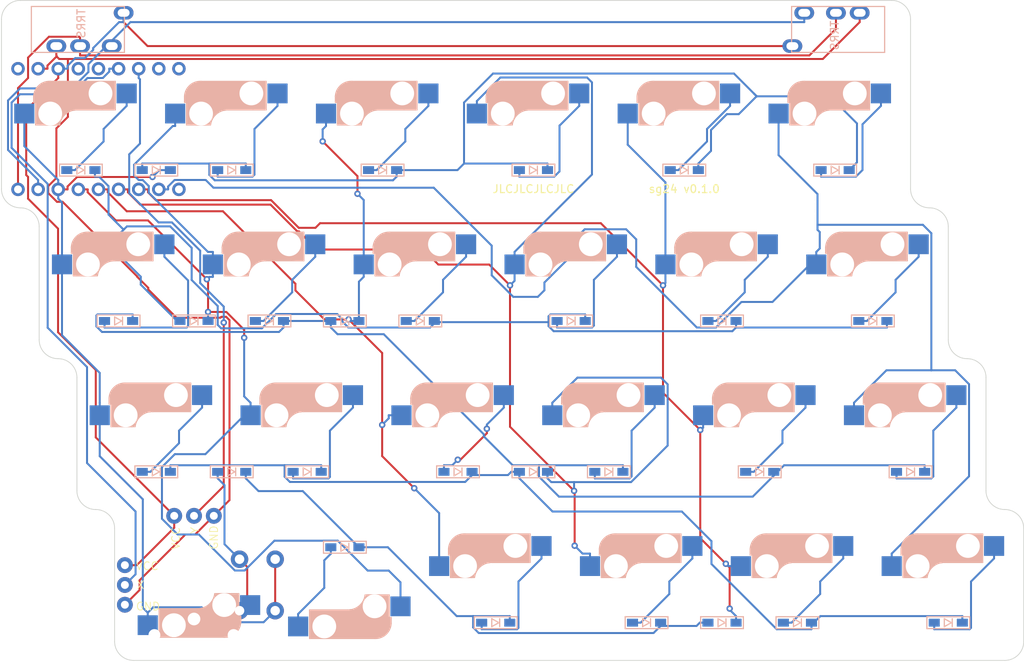
<source format=kicad_pcb>
(kicad_pcb (version 20221018) (generator pcbnew)
  (layers (0 "F.Cu" signal) (31 "B.Cu" signal) (34 "B.Paste" user) (35 "F.Paste" user) (36 "B.SilkS" user "B.Silkscreen") (37 "F.SilkS" user "F.Silkscreen") (38 "B.Mask" user) (39 "F.Mask" user) (44 "Edge.Cuts" user))
  (net 0 "")
  (net 1 "Net-(D1-K)")
  (net 2 "Net-(D1-A)")
  (net 3 "Net-(D2-K)")
  (net 4 "Net-(D2-A)")
  (net 5 "Net-(D3-A)")
  (net 6 "Net-(D4-A)")
  (net 7 "Net-(D5-A)")
  (net 8 "Net-(D6-A)")
  (net 9 "Net-(D16-K)")
  (net 10 "Net-(D7-A)")
  (net 11 "Net-(D8-A)")
  (net 12 "Net-(D9-A)")
  (net 13 "Net-(D10-A)")
  (net 14 "Net-(D11-A)")
  (net 15 "Net-(D12-A)")
  (net 16 "Net-(D13-K)")
  (net 17 "Net-(D13-A)")
  (net 18 "Net-(D14-A)")
  (net 19 "Net-(D15-A)")
  (net 20 "Net-(D16-A)")
  (net 21 "Net-(D17-A)")
  (net 22 "Net-(D18-A)")
  (net 23 "Net-(D19-K)")
  (net 24 "Net-(D19-A)")
  (net 25 "Net-(D20-A)")
  (net 26 "Net-(D21-A)")
  (net 27 "Net-(D22-A)")
  (net 28 "Net-(D23-A)")
  (net 29 "Net-(D24-A)")
  (net 30 "P1")
  (net 31 "P2")
  (net 32 "P3")
  (net 33 "P4")
  (net 34 "P5")
  (net 35 "GND")
  (net 36 "TX")
  (net 37 "RX")
  (net 38 "3V3")
  (net 39 "P6")
  (net 42 "VR-X")
  (net 43 "VR-Y")
  (footprint "foostan/kbd:CherryMX_Hotswap" (layer "F.Cu") (at 107.0975 116.84)
    (fp_text reference "SW7" hide)
    (fp_text value "SW_PUSH" hide)
  )
  (footprint "sglib:RKJXV122400R_mx_hotswap" (layer "F.Cu") (at 116.6813 154.7812)
    (fp_text reference "SW19" hide)
    (fp_text value "SW_PUSH" hide)
  )
  (footprint "foostan/kbd:CherryMX_Hotswap" (layer "F.Cu") (at 207.11 135.89)
    (fp_text reference "SW18" hide)
    (fp_text value "SW_PUSH" hide)
  )
  (footprint "foostan/kbd:CherryMX_Hotswap" (layer "F.Cu") (at 130.91 135.89)
    (fp_text reference "SW14" hide)
    (fp_text value "SW_PUSH" hide)
  )
  (footprint "foostan/kbd:CherryMX_Hotswap" (layer "F.Cu") (at 154.7225 154.94)
    (fp_text reference "SW21" hide)
    (fp_text value "SW_PUSH" hide)
  )
  (footprint "foostan/kbd:CherryMX_Hotswap" (layer "F.Cu") (at 145.1975 116.84)
    (fp_text reference "SW9" hide)
    (fp_text value "SW_PUSH" hide)
  )
  (footprint "foostan/kbd:CherryMX_Hotswap" (layer "F.Cu") (at 197.585 97.79)
    (fp_text reference "SW6" hide)
    (fp_text value "SW_PUSH" hide)
  )
  (footprint "foostan/kbd:CherryMX_Hotswap" (layer "F.Cu") (at 211.8725 154.94)
    (fp_text reference "SW24" hide)
    (fp_text value "SW_PUSH" hide)
  )
  (footprint "foostan/kbd:CherryMX_Hotswap" (layer "F.Cu") (at 102.335 97.79)
    (fp_text reference "SW1" hide)
    (fp_text value "SW_PUSH" hide)
  )
  (footprint "foostan/kbd:M2_HOLE_v2" (layer "F.Cu") (at 202.4063 145.2562)
    (fp_text reference "H2" hide)
    (fp_text value "MountingHole" hide)
  )
  (footprint "foostan/kbd:CherryMX_Hotswap" (layer "F.Cu") (at 192.8225 154.94)
    (fp_text reference "SW23" hide)
    (fp_text value "SW_PUSH" hide)
  )
  (footprint "foostan/kbd:M2_HOLE_v2" (layer "F.Cu") (at 192.8813 107.1562)
    (fp_text reference "H1" hide)
    (fp_text value "MountingHole" hide)
  )
  (footprint "foostan/kbd:CherryMX_Hotswap" (layer "F.Cu") (at 135.6725 154.94 180)
    (fp_text reference "SW20" hide)
    (fp_text value "SW_PUSH" hide)
  )
  (footprint "foostan/kbd:CherryMX_Hotswap" (layer "F.Cu") (at 169.01 135.89)
    (fp_text reference "SW16" hide)
    (fp_text value "SW_PUSH" hide)
  )
  (footprint "foostan/kbd:CherryMX_Hotswap" (layer "F.Cu") (at 173.7725 154.94)
    (fp_text reference "SW22" hide)
    (fp_text value "SW_PUSH" hide)
  )
  (footprint "foostan/kbd:CherryMX_Hotswap" (layer "F.Cu") (at 111.86 135.89)
    (fp_text reference "SW13" hide)
    (fp_text value "SW_PUSH" hide)
  )
  (footprint "foostan/kbd:CherryMX_Hotswap" (layer "F.Cu") (at 149.96 135.89)
    (fp_text reference "SW15" hide)
    (fp_text value "SW_PUSH" hide)
  )
  (footprint "foostan/kbd:CherryMX_Hotswap" (layer "F.Cu") (at 140.435 97.79)
    (fp_text reference "SW3" hide)
    (fp_text value "SW_PUSH" hide)
  )
  (footprint "foostan/kbd:CherryMX_Hotswap" (layer "F.Cu") (at 164.2475 116.84)
    (fp_text reference "SW10" hide)
    (fp_text value "SW_PUSH" hide)
  )
  (footprint "foostan/kbd:CherryMX_Hotswap" (layer "F.Cu") (at 202.3475 116.84)
    (fp_text reference "SW12" hide)
    (fp_text value "SW_PUSH" hide)
  )
  (footprint "foostan/kbd:CherryMX_Hotswap" (layer "F.Cu") (at 126.1475 116.84)
    (fp_text reference "SW8" hide)
    (fp_text value "SW_PUSH" hide)
  )
  (footprint "foostan/kbd:CherryMX_Hotswap" (layer "F.Cu") (at 188.06 135.89)
    (fp_text reference "SW17" hide)
    (fp_text value "SW_PUSH" hide)
  )
  (footprint "foostan/kbd:M2_HOLE_v2" (layer "F.Cu") (at 140.4938 145.2562)
    (fp_text reference "H3" hide)
    (fp_text value "MountingHole" hide)
  )
  (footprint "foostan/kbd:M2_HOLE_v2" (layer "F.Cu") (at 130.9688 107.1562)
    (fp_text reference "H4" hide)
    (fp_text value "MountingHole" hide)
  )
  (footprint "foostan/kbd:CherryMX_Hotswap" (layer "F.Cu") (at 121.385 97.79)
    (fp_text reference "SW2" hide)
    (fp_text value "SW_PUSH" hide)
  )
  (footprint "foostan/kbd:CherryMX_Hotswap" (layer "F.Cu") (at 178.535 97.79)
    (fp_text reference "SW5" hide)
    (fp_text value "SW_PUSH" hide)
  )
  (footprint "foostan/kbd:CherryMX_Hotswap" (layer "F.Cu") (at 159.485 97.79)
    (fp_text reference "SW4" hide)
    (fp_text value "SW_PUSH" hide)
  )
  (footprint "foostan/kbd:CherryMX_Hotswap" (layer "F.Cu") (at 183.2975 116.84)
    (fp_text reference "SW11" hide)
    (fp_text value "SW_PUSH" hide)
  )
  (footprint "foostan/kbd:D3_SMD_v2" (layer "B.Cu") (at 150.0188 140.4937 180)
    (fp_text reference "D15" hide)
    (fp_text value "1N4148W" hide)
  )
  (footprint "foostan/kbd:D3_SMD_v2" (layer "B.Cu") (at 211.9313 159.5437 180)
    (fp_text reference "D24" hide)
    (fp_text value "1N4148W" hide)
  )
  (footprint "foostan/kbd:D3_SMD_v2" (layer "B.Cu") (at 116.6813 121.4437 180)
    (fp_text reference "D26" hide)
    (fp_text value "1N4148W" hide)
  )
  (footprint "foostan/kbd:D3_SMD_v2" (layer "B.Cu") (at 121.4438 140.4937 180)
    (fp_text reference "D19" hide)
    (fp_text value "1N4148W" hide)
  )
  (footprint "foostan/kbd:D3_SMD_v2" (layer "B.Cu") (at 192.8813 159.5437 180)
    (fp_text reference "D23" hide)
    (fp_text value "1N4148W" hide)
  )
  (footprint "foostan/kbd:D3_SMD_v2" (layer "B.Cu") (at 197.6438 102.3937 180)
    (fp_text reference "D6" hide)
    (fp_text value "1N4148W" hide)
  )
  (footprint "foostan/kbd:D3_SMD_v2" (layer "B.Cu") (at 183.3563 121.4437 180)
    (fp_text reference "D11" hide)
    (fp_text value "1N4148W" hide)
  )
  (footprint "foostan/kbd:D3_SMD_v2" (layer "B.Cu") (at 178.5938 102.3937 180)
    (fp_text reference "D5" hide)
    (fp_text value "1N4148W" hide)
  )
  (footprint "foostan/kbd:D3_SMD_v2" (layer "B.Cu") (at 154.7813 159.5437 180)
    (fp_text reference "D21" hide)
    (fp_text value "1N4148W" hide)
  )
  (footprint "foostan/kbd:D3_SMD_v2" (layer "B.Cu") (at 135.7313 150.0187 180)
    (fp_text reference "D20" hide)
    (fp_text value "1N4148W" hide)
  )
  (footprint "foostan/kbd:MJ-4PP-9_1side" (layer "B.Cu") (at 95.9938 84.6312 -90)
    (fp_text reference "J2")
    (fp_text value "MJ-4PP-9" hide)
  )
  (footprint "foostan/kbd:D3_SMD_v2" (layer "B.Cu") (at 183.3563 159.5437 180)
    (fp_text reference "D29" hide)
    (fp_text value "1N4148W" hide)
  )
  (footprint "foostan/kbd:D3_SMD_v2" (layer "B.Cu") (at 140.4938 102.3937 180)
    (fp_text reference "D3" hide)
    (fp_text value "1N4148W" hide)
  )
  (footprint "foostan/kbd:D3_SMD_v2" (layer "B.Cu") (at 169.0688 140.4937 180)
    (fp_text reference "D16" hide)
    (fp_text value "1N4148W" hide)
  )
  (footprint "foostan/kbd:D3_SMD_v2" (layer "B.Cu") (at 202.4063 121.4437 180)
    (fp_text reference "D12" hide)
    (fp_text value "1N4148W" hide)
  )
  (footprint "foostan/kbd:D3_SMD_v2" (layer "B.Cu") (at 111.9188 140.4937 180)
    (fp_text reference "D13" hide)
    (fp_text value "1N4148W" hide)
  )
  (footprint "foostan/kbd:D3_SMD_v2" (layer "B.Cu") (at 207.1688 140.4937 180)
    (fp_text reference "D18" hide)
    (fp_text value "1N4148W" hide)
  )
  (footprint "foostan/kbd:D3_SMD_v2" (layer "B.Cu") (at 159.5438 102.3937 180)
    (fp_text reference "D4" hide)
    (fp_text value "1N4148W" hide)
  )
  (footprint "foostan/kbd:D3_SMD_v2" (layer "B.Cu") (at 102.3938 102.3937 180)
    (fp_text reference "D1" hide)
    (fp_text value "1N4148W" hide)
  )
  (footprint "foostan/kbd:MJ-4PP-9_1side" (layer "B.Cu") (at 204.0438 84.6312 90)
    (fp_text reference "J1")
    (fp_text value "MJ-4PP-9" hide)
  )
  (footprint "foostan/kbd:D3_SMD_v2" (layer "B.Cu") (at 107.1563 121.4437 180)
    (fp_text reference "D7" hide)
    (fp_text value "1N4148W" hide)
  )
  (footprint "foostan/kbd:D3_SMD_v2" (layer "B.Cu") (at 188.1188 140.4937 180)
    (fp_text reference "D17" hide)
    (fp_text value "1N4148W" hide)
  )
  (footprint "foostan/kbd:D3_SMD_v2" (layer "B.Cu") (at 173.8313 159.5437 180)
    (fp_text reference "D22" hide)
    (fp_text value "1N4148W" hide)
  )
  (footprint "foostan/kbd:D3_SMD_v2" (layer "B.Cu") (at 159.5438 140.4937 180)
    (fp_text reference "D28" hide)
    (fp_text value "1N4148W" hide)
  )
  (footprint "foostan/kbd:D3_SMD_v2" (layer "B.Cu") (at 121.4438 102.3937 180)
    (fp_text reference "D2" hide)
    (fp_text value "1N4148W" hide)
  )
  (footprint "foostan/kbd:D3_SMD_v2" (layer "B.Cu") (at 126.2063 121.4437 180)
    (fp_text reference "D8" hide)
    (fp_text value "1N4148W" hide)
  )
  (footprint "foostan/kbd:D3_SMD_v2" (layer "B.Cu") (at 130.9688 140.4937 180)
    (fp_text reference "D14" hide)
    (fp_text value "1N4148W" hide)
  )
  (footprint "foostan/kbd:D3_SMD_v2" (layer "B.Cu") (at 164.3063 121.4437 180)
    (fp_text reference "D10" hide)
    (fp_text value "1N4148W" hide)
  )
  (footprint "foostan/kbd:D3_SMD_v2" (layer "B.Cu") (at 145.2563 121.4437 180)
    (fp_text reference "D9" hide)
    (fp_text value "1N4148W" hide)
  )
  (footprint "sglib:rp2040-zero_x01" (layer "B.Cu") (at 104.6163 97.2075 -90)
    (fp_text reference "U1" hide)
    (fp_text value "rp2040-zero" hide)
  )
  (footprint "foostan/kbd:D3_SMD_v2" (layer "B.Cu") (at 111.9188 102.3937 180)
    (fp_text reference "D25" hide)
    (fp_text value "1N4148W" hide)
  )
  (footprint "foostan/kbd:D3_SMD_v2" (layer "B.Cu") (at 135.7313 121.4437 180)
    (fp_text reference "D27" hide)
    (fp_text value "1N4148W" hide)
  )
  (gr_line (start 221.45625 147.6375) (end 221.45625 161.925) (stroke (width 0.1)) (layer "Edge.Cuts"))
  (gr_line (start 101.89375 142.875) (end 101.89375 128.5875) (stroke (width 0.1)) (layer "Edge.Cuts"))
  (gr_arc (start 219.075 145.25625) (mid 217.391202 144.558798) (end 216.69375 142.875) (stroke (width 0.1)) (layer "Edge.Cuts"))
  (gr_line (start 216.69375 128.5875) (end 216.69375 142.875) (stroke (width 0.1)) (layer "Edge.Cuts"))
  (gr_line (start 97.13125 123.825) (end 97.13125 109.5375) (stroke (width 0.1)) (layer "Edge.Cuts"))
  (gr_line (start 106.65625 161.925) (end 106.65625 147.6375) (stroke (width 0.1)) (layer "Edge.Cuts"))
  (gr_line (start 211.93125 109.5375) (end 211.93125 123.825) (stroke (width 0.1)) (layer "Edge.Cuts"))
  (gr_arc (start 204.7875 80.9625) (mid 206.471298 81.659952) (end 207.16875 83.34375) (stroke (width 0.1)) (layer "Edge.Cuts"))
  (gr_arc (start 214.3125 126.20625) (mid 215.996298 126.903702) (end 216.69375 128.5875) (stroke (width 0.1)) (layer "Edge.Cuts"))
  (gr_arc (start 104.275 145.25625) (mid 105.958798 145.953702) (end 106.65625 147.6375) (stroke (width 0.1)) (layer "Edge.Cuts"))
  (gr_arc (start 221.45625 161.925) (mid 220.758798 163.608798) (end 219.075 164.30625) (stroke (width 0.1)) (layer "Edge.Cuts"))
  (gr_arc (start 94.75 107.15625) (mid 96.433798 107.853702) (end 97.13125 109.5375) (stroke (width 0.1)) (layer "Edge.Cuts"))
  (gr_arc (start 109.0375 164.30625) (mid 107.353702 163.608798) (end 106.65625 161.925) (stroke (width 0.1)) (layer "Edge.Cuts"))
  (gr_arc (start 209.55 107.15625) (mid 207.866202 106.458798) (end 207.16875 104.775) (stroke (width 0.1)) (layer "Edge.Cuts"))
  (gr_arc (start 214.3125 126.20625) (mid 212.628702 125.508798) (end 211.93125 123.825) (stroke (width 0.1)) (layer "Edge.Cuts"))
  (gr_line (start 204.7875 80.9625) (end 94.75 80.9625) (stroke (width 0.1)) (layer "Edge.Cuts"))
  (gr_line (start 207.16875 104.775) (end 207.16875 83.34375) (stroke (width 0.1)) (layer "Edge.Cuts"))
  (gr_line (start 92.36875 83.34375) (end 92.36875 104.775) (stroke (width 0.1)) (layer "Edge.Cuts"))
  (gr_arc (start 92.36875 83.34375) (mid 93.066202 81.659952) (end 94.75 80.9625) (stroke (width 0.1)) (layer "Edge.Cuts"))
  (gr_arc (start 219.075 145.25625) (mid 220.758798 145.953702) (end 221.45625 147.6375) (stroke (width 0.1)) (layer "Edge.Cuts"))
  (gr_arc (start 104.275 145.25625) (mid 102.591202 144.558798) (end 101.89375 142.875) (stroke (width 0.1)) (layer "Edge.Cuts"))
  (gr_arc (start 94.75 107.15625) (mid 93.066202 106.458798) (end 92.36875 104.775) (stroke (width 0.1)) (layer "Edge.Cuts"))
  (gr_line (start 219.075 164.30625) (end 109.0375 164.30625) (stroke (width 0.1)) (layer "Edge.Cuts"))
  (gr_arc (start 209.55 107.15625) (mid 211.233798 107.853702) (end 211.93125 109.5375) (stroke (width 0.1)) (layer "Edge.Cuts"))
  (gr_arc (start 99.5125 126.20625) (mid 101.196298 126.903702) (end 101.89375 128.5875) (stroke (width 0.1)) (layer "Edge.Cuts"))
  (gr_arc (start 99.5125 126.20625) (mid 97.828702 125.508798) (end 97.13125 123.825) (stroke (width 0.1)) (layer "Edge.Cuts"))
  (gr_text "JLCJLCJLCJLC" (at 159.54375 104.775) (layer "F.SilkS") (effects (font (size 1 1))))
  (gr_text "sg24 v0.1.0" (at 178.59375 104.775) (layer "F.SilkS") (effects (font (size 1 1))))
  (segment (start 104.1688 102.3937) (end 104.1688 103.2206) (width 0.25) (layer "B.Cu") (net 1))
  (segment (start 109.9567 115.8567) (end 109.9567 116.8567) (width 0.25) (layer "B.Cu") (net 1))
  (segment (start 184.6648 122.7371) (end 185.1313 122.2706) (width 0.25) (layer "B.Cu") (net 1))
  (segment (start 114.5437 121.4437) (end 114.9063 121.4437) (width 0.25) (layer "B.Cu") (net 1))
  (segment (start 104.6856 103.2206) (end 105.8862 104.4212) (width 0.25) (layer "B.Cu") (net 1))
  (segment (start 116.3855 116.2671) (end 119.6746 119.5562) (width 0.25) (layer "B.Cu") (net 1))
  (segment (start 107.5 110.2109) (end 107.5 113.4) (width 0.25) (layer "B.Cu") (net 1))
  (segment (start 161.4504 122.094) (end 162.0935 122.7371) (width 0.25) (layer "B.Cu") (net 1))
  (segment (start 166.0813 121.4437) (end 166.0813 120.6168) (width 0.25) (layer "B.Cu") (net 1))
  (segment (start 185.1313 121.4437) (end 185.1313 122.2706) (width 0.25) (layer "B.Cu") (net 1))
  (segment (start 136.1767 122.2706) (end 146.5044 122.2706) (width 0.25) (layer "B.Cu") (net 1))
  (segment (start 161.4504 120.861) (end 161.4504 121.5937) (width 0.25) (layer "B.Cu") (net 1))
  (segment (start 204.1813 121.4437) (end 204.1813 122.2706) (width 0.25) (layer "B.Cu") (net 1))
  (segment (start 116.3855 112.2104) (end 116.3855 116.2671) (width 0.25) (layer "B.Cu") (net 1))
  (segment (start 147.0313 121.4437) (end 147.0313 121.5937) (width 0.25) (layer "B.Cu") (net 1))
  (segment (start 127.0579 120.5646) (end 134.7629 120.5646) (width 0.25) (layer "B.Cu") (net 1))
  (segment (start 134.7629 120.5646) (end 135.3603 121.162) (width 0.25) (layer "B.Cu") (net 1))
  (segment (start 135.3603 121.4542) (end 136.1767 122.2706) (width 0.25) (layer "B.Cu") (net 1))
  (segment (start 147.0313 121.5937) (end 161.4504 121.5937) (width 0.25) (layer "B.Cu") (net 1))
  (segment (start 104.1688 103.2206) (end 104.6856 103.2206) (width 0.25) (layer "B.Cu") (net 1))
  (segment (start 185.1313 122.2706) (end 204.1813 122.2706) (width 0.25) (layer "B.Cu") (net 1))
  (segment (start 135.3603 121.162) (end 135.3603 121.4542) (width 0.25) (layer "B.Cu") (net 1))
  (segment (start 107.5 113.4) (end 109.9567 115.8567) (width 0.25) (layer "B.Cu") (net 1))
  (segment (start 146.5044 122.2706) (end 147.0313 121.7437) (width 0.25) (layer "B.Cu") (net 1))
  (segment (start 120.1148 122.3738) (end 125.2487 122.3738) (width 0.25) (layer "B.Cu") (net 1))
  (segment (start 161.4504 121.5937) (end 161.4504 122.094) (width 0.25) (layer "B.Cu") (net 1))
  (segment (start 107.7942 109.9167) (end 108.2109 109.5) (width 0.25) (layer "B.Cu") (net 1))
  (segment (start 147.0313 121.7437) (end 147.0313 121.5937) (width 0.25) (layer "B.Cu") (net 1))
  (segment (start 161.6946 120.6168) (end 161.4504 120.861) (width 0.25) (layer "B.Cu") (net 1))
  (segment (start 162.0935 122.7371) (end 184.6648 122.7371) (width 0.25) (layer "B.Cu") (net 1))
  (segment (start 105.8862 108.0087) (end 107.7942 109.9167) (width 0.25) (layer "B.Cu") (net 1))
  (segment (start 109.9567 116.8567) (end 114.5437 121.4437) (width 0.25) (layer "B.Cu") (net 1))
  (segment (start 119.6746 121.9336) (end 120.1148 122.3738) (width 0.25) (layer "B.Cu") (net 1))
  (segment (start 108.2109 109.5) (end 113.6751 109.5) (width 0.25) (layer "B.Cu") (net 1))
  (segment (start 107.7942 109.9167) (end 107.5 110.2109) (width 0.25) (layer "B.Cu") (net 1))
  (segment (start 105.8862 104.4212) (end 105.8862 108.0087) (width 0.25) (layer "B.Cu") (net 1))
  (segment (start 113.6751 109.5) (end 116.3855 112.2104) (width 0.25) (layer "B.Cu") (net 1))
  (segment (start 166.0813 120.6168) (end 161.6946 120.6168) (width 0.25) (layer "B.Cu") (net 1))
  (segment (start 125.2487 122.3738) (end 127.0579 120.5646) (width 0.25) (layer "B.Cu") (net 1))
  (segment (start 119.6746 119.5562) (end 119.6746 121.9336) (width 0.25) (layer "B.Cu") (net 1))
  (segment (start 101.6457 102.3937) (end 105.2657 98.7737) (width 0.25) (layer "B.Cu") (net 2))
  (segment (start 100.6188 102.3937) (end 101.6457 102.3937) (width 0.25) (layer "B.Cu") (net 2))
  (segment (start 108.177 92.71) (end 108.177 94.2869) (width 0.25) (layer "B.Cu") (net 2))
  (segment (start 105.2657 97.1982) (end 108.177 94.2869) (width 0.25) (layer "B.Cu") (net 2))
  (segment (start 105.2657 98.7737) (end 105.2657 97.1982) (width 0.25) (layer "B.Cu") (net 2))
  (segment (start 184.8629 90.2) (end 154.441 90.2) (width 0.25) (layer "B.Cu") (net 3))
  (segment (start 142.2688 102.3937) (end 142.2688 103.2206) (width 0.25) (layer "B.Cu") (net 3))
  (segment (start 187.3844 92.7215) (end 187.7378 93.075) (width 0.25) (layer "B.Cu") (net 3))
  (segment (start 181.9686 99.967) (end 181.9686 97.3314) (width 0.25) (layer "B.Cu") (net 3))
  (segment (start 118.6171 103.0043) (end 118.6171 101.5668) (width 0.25) (layer "B.Cu") (net 3))
  (segment (start 110.1438 102.3937) (end 110.1438 101.5668) (width 0.25) (layer "B.Cu") (net 3))
  (segment (start 150.7807 93.8603) (end 150.7807 101.5668) (width 0.25) (layer "B.Cu") (net 3))
  (segment (start 187.7378 93.075) (end 196.975 93.075) (width 0.25) (layer "B.Cu") (net 3))
  (segment (start 187.7378 93.0749) (end 187.3844 92.7215) (width 0.25) (layer "B.Cu") (net 3))
  (segment (start 161.3188 102.3937) (end 161.3188 101.5668) (width 0.25) (layer "B.Cu") (net 3))
  (segment (start 196.975 93.075) (end 200.4 96.5) (width 0.25) (layer "B.Cu") (net 3))
  (segment (start 185.4699 95.3301) (end 187.7251 93.0749) (width 0.25) (layer "B.Cu") (net 3))
  (segment (start 119.2935 103.6807) (end 118.6171 103.0043) (width 0.25) (layer "B.Cu") (net 3))
  (segment (start 154.441 90.2) (end 150.7807 93.8603) (width 0.25) (layer "B.Cu") (net 3))
  (segment (start 110.1438 101.5668) (end 118.6171 101.5668) (width 0.25) (layer "B.Cu") (net 3))
  (segment (start 150.7807 101.5668) (end 161.3188 101.5668) (width 0.25) (layer "B.Cu") (net 3))
  (segment (start 180.3688 102.3937) (end 180.3688 101.5668) (width 0.25) (layer "B.Cu") (net 3))
  (segment (start 180.3688 101.5668) (end 181.9686 99.967) (width 0.25) (layer "B.Cu") (net 3))
  (segment (start 142.2688 103.2206) (end 141.8087 103.6807) (width 0.25) (layer "B.Cu") (net 3))
  (segment (start 200.4 96.5) (end 200.4 101.4125) (width 0.25) (layer "B.Cu") (net 3))
  (segment (start 118.6171 101.5668) (end 123.2188 101.5668) (width 0.25) (layer "B.Cu") (net 3))
  (segment (start 141.8087 103.6807) (end 119.2935 103.6807) (width 0.25) (layer "B.Cu") (net 3))
  (segment (start 183.9699 95.3301) (end 185.4699 95.3301) (width 0.25) (layer "B.Cu") (net 3))
  (segment (start 187.7251 93.0749) (end 187.7378 93.0749) (width 0.25) (layer "B.Cu") (net 3))
  (segment (start 123.2188 102.3937) (end 123.2188 101.5668) (width 0.25) (layer "B.Cu") (net 3))
  (segment (start 181.9686 97.3314) (end 183.9699 95.3301) (width 0.25) (layer "B.Cu") (net 3))
  (segment (start 149.9538 102.3937) (end 150.7807 101.5668) (width 0.25) (layer "B.Cu") (net 3))
  (segment (start 142.2688 102.3937) (end 149.9538 102.3937) (width 0.25) (layer "B.Cu") (net 3))
  (segment (start 200.4 101.4125) (end 199.4188 102.3937) (width 0.25) (layer "B.Cu") (net 3))
  (segment (start 187.3844 92.7215) (end 184.8629 90.2) (width 0.25) (layer "B.Cu") (net 3))
  (segment (start 124.3157 97.1982) (end 124.3157 102.9623) (width 0.25) (layer "B.Cu") (net 4))
  (segment (start 119.6688 102.3937) (end 119.6688 103.2206) (width 0.25) (layer "B.Cu") (net 4))
  (segment (start 127.227 92.71) (end 127.227 94.2869) (width 0.25) (layer "B.Cu") (net 4))
  (segment (start 127.227 94.2869) (end 124.3157 97.1982) (width 0.25) (layer "B.Cu") (net 4))
  (segment (start 124.3157 102.9623) (end 124.0574 103.2206) (width 0.25) (layer "B.Cu") (net 4))
  (segment (start 124.0574 103.2206) (end 119.6688 103.2206) (width 0.25) (layer "B.Cu") (net 4))
  (segment (start 138.7188 102.3937) (end 139.7457 102.3937) (width 0.25) (layer "B.Cu") (net 5))
  (segment (start 143.3657 98.7737) (end 143.3657 97.1982) (width 0.25) (layer "B.Cu") (net 5))
  (segment (start 139.7457 102.3937) (end 143.3657 98.7737) (width 0.25) (layer "B.Cu") (net 5))
  (segment (start 143.3657 97.1982) (end 146.277 94.2869) (width 0.25) (layer "B.Cu") (net 5))
  (segment (start 146.277 92.71) (end 146.277 94.2869) (width 0.25) (layer "B.Cu") (net 5))
  (segment (start 162.8377 102.5526) (end 162.1697 103.2206) (width 0.25) (layer "B.Cu") (net 6))
  (segment (start 162.1697 103.2206) (end 157.7688 103.2206) (width 0.25) (layer "B.Cu") (net 6))
  (segment (start 165.327 94.2869) (end 162.8377 96.7762) (width 0.25) (layer "B.Cu") (net 6))
  (segment (start 165.327 92.71) (end 165.327 94.2869) (width 0.25) (layer "B.Cu") (net 6))
  (segment (start 162.8377 96.7762) (end 162.8377 102.5526) (width 0.25) (layer "B.Cu") (net 6))
  (segment (start 157.7688 102.3937) (end 157.7688 103.2206) (width 0.25) (layer "B.Cu") (net 6))
  (segment (start 181.4657 98.7737) (end 177.8457 102.3937) (width 0.25) (layer "B.Cu") (net 7))
  (segment (start 184.377 94.2869) (end 181.4657 97.1982) (width 0.25) (layer "B.Cu") (net 7))
  (segment (start 176.8188 102.3937) (end 177.8457 102.3937) (width 0.25) (layer "B.Cu") (net 7))
  (segment (start 181.4657 97.1982) (end 181.4657 98.7737) (width 0.25) (layer "B.Cu") (net 7))
  (segment (start 184.377 92.71) (end 184.377 94.2869) (width 0.25) (layer "B.Cu") (net 7))
  (segment (start 195.8688 103.2206) (end 200.2625 103.2206) (width 0.25) (layer "B.Cu") (net 8))
  (segment (start 201.1 96.6139) (end 203.427 94.2869) (width 0.25) (layer "B.Cu") (net 8))
  (segment (start 195.8688 102.3937) (end 195.8688 103.2206) (width 0.25) (layer "B.Cu") (net 8))
  (segment (start 200.2625 103.2206) (end 201.1 102.3831) (width 0.25) (layer "B.Cu") (net 8))
  (segment (start 201.1 102.3831) (end 201.1 96.6139) (width 0.25) (layer "B.Cu") (net 8))
  (segment (start 203.427 94.2869) (end 203.427 92.71) (width 0.25) (layer "B.Cu") (net 8))
  (segment (start 156.9259 139.6668) (end 160.249 139.6668) (width 0.25) (layer "B.Cu") (net 9))
  (segment (start 191.198 139.6668) (end 208.9438 139.6668) (width 0.25) (layer "B.Cu") (net 9))
  (segment (start 133.9563 122.2706) (end 134.8032 123.1175) (width 0.25) (layer "B.Cu") (net 9))
  (segment (start 104.4987 120.6168) (end 108.9313 120.6168) (width 0.25) (layer "B.Cu") (net 9))
  (segment (start 127.9813 121.4437) (end 133.9563 121.4437) (width 0.25) (layer "B.Cu") (net 9))
  (segment (start 153.2779 136.0188) (end 156.9259 139.6668) (width 0.25) (layer "B.Cu") (net 9))
  (segment (start 189.8938 140.971) (end 191.198 139.6668) (width 0.25) (layer "B.Cu") (net 9))
  (segment (start 208.9438 140.4937) (end 208.9438 139.6668) (width 0.25) (layer "B.Cu") (net 9))
  (segment (start 127.9813 121.4437) (end 127.9813 122.2706) (width 0.25) (layer "B.Cu") (net 9))
  (segment (start 160.249 141.1119) (end 162.7674 143.6303) (width 0.25) (layer "B.Cu") (net 9))
  (segment (start 127.4213 122.8306) (end 105.0561 122.8306) (width 0.25) (layer "B.Cu") (net 9))
  (segment (start 133.9563 121.4437) (end 133.9563 122.2706) (width 0.25) (layer "B.Cu") (net 9))
  (segment (start 104.3544 122.1289) (end 104.3544 120.7611) (width 0.25) (layer "B.Cu") (net 9))
  (segment (start 160.249 139.6668) (end 170.8438 139.6668) (width 0.25) (layer "B.Cu") (net 9))
  (segment (start 189.8938 140.4937) (end 189.8938 140.971) (width 0.25) (layer "B.Cu") (net 9))
  (segment (start 170.8438 140.4937) (end 170.8438 139.6668) (width 0.25) (layer "B.Cu") (net 9))
  (segment (start 140.6412 123.1175) (end 153.2779 135.7542) (width 0.25) (layer "B.Cu") (net 9))
  (segment (start 162.7674 143.6303) (end 187.2345 143.6303) (width 0.25) (layer "B.Cu") (net 9))
  (segment (start 153.2779 135.7542) (end 153.2779 136.0188) (width 0.25) (layer "B.Cu") (net 9))
  (segment (start 160.249 139.6668) (end 160.249 141.1119) (width 0.25) (layer "B.Cu") (net 9))
  (segment (start 127.9813 122.2706) (end 127.4213 122.8306) (width 0.25) (layer "B.Cu") (net 9))
  (segment (start 187.2345 143.6303) (end 189.8938 140.971) (width 0.25) (layer "B.Cu") (net 9))
  (segment (start 105.0561 122.8306) (end 104.3544 122.1289) (width 0.25) (layer "B.Cu") (net 9))
  (segment (start 134.8032 123.1175) (end 140.6412 123.1175) (width 0.25) (layer "B.Cu") (net 9))
  (segment (start 108.9313 121.4437) (end 108.9313 120.6168) (width 0.25) (layer "B.Cu") (net 9))
  (segment (start 104.3544 120.7611) (end 104.4987 120.6168) (width 0.25) (layer "B.Cu") (net 9))
  (segment (start 115.9336 116.331) (end 112.9395 113.3369) (width 0.25) (layer "B.Cu") (net 10))
  (segment (start 112.9395 111.76) (end 112.9395 113.3369) (width 0.25) (layer "B.Cu") (net 10))
  (segment (start 115.9336 122.0856) (end 115.9336 116.331) (width 0.25) (layer "B.Cu") (net 10))
  (segment (start 105.3813 122.2706) (end 115.7486 122.2706) (width 0.25) (layer "B.Cu") (net 10))
  (segment (start 115.7486 122.2706) (end 115.9336 122.0856) (width 0.25) (layer "B.Cu") (net 10))
  (segment (start 105.3813 121.4437) (end 105.3813 122.2706) (width 0.25) (layer "B.Cu") (net 10))
  (segment (start 125.4582 121.4437) (end 129.0782 117.8237) (width 0.25) (layer "B.Cu") (net 11))
  (segment (start 129.0782 116.2482) (end 131.9895 113.3369) (width 0.25) (layer "B.Cu") (net 11))
  (segment (start 124.4313 121.4437) (end 125.4582 121.4437) (width 0.25) (layer "B.Cu") (net 11))
  (segment (start 129.0782 117.8237) (end 129.0782 116.2482) (width 0.25) (layer "B.Cu") (net 11))
  (segment (start 131.9895 111.76) (end 131.9895 113.3369) (width 0.25) (layer "B.Cu") (net 11))
  (segment (start 148.1282 116.2482) (end 151.0395 113.3369) (width 0.25) (layer "B.Cu") (net 12))
  (segment (start 151.0395 111.76) (end 151.0395 113.3369) (width 0.25) (layer "B.Cu") (net 12))
  (segment (start 148.1282 117.8237) (end 148.1282 116.2482) (width 0.25) (layer "B.Cu") (net 12))
  (segment (start 144.5082 121.4437) (end 148.1282 117.8237) (width 0.25) (layer "B.Cu") (net 12))
  (segment (start 143.4813 121.4437) (end 144.5082 121.4437) (width 0.25) (layer "B.Cu") (net 12))
  (segment (start 162.5313 121.4437) (end 162.5313 122.2706) (width 0.25) (layer "B.Cu") (net 13))
  (segment (start 166.9322 122.2706) (end 167.1782 122.0246) (width 0.25) (layer "B.Cu") (net 13))
  (segment (start 162.5313 122.2706) (end 166.9322 122.2706) (width 0.25) (layer "B.Cu") (net 13))
  (segment (start 167.1782 122.0246) (end 167.1782 116.2482) (width 0.25) (layer "B.Cu") (net 13))
  (segment (start 170.0895 111.76) (end 170.0895 113.3369) (width 0.25) (layer "B.Cu") (net 13))
  (segment (start 167.1782 116.2482) (end 170.0895 113.3369) (width 0.25) (layer "B.Cu") (net 13))
  (segment (start 186.2282 117.8237) (end 186.2282 116.2482) (width 0.25) (layer "B.Cu") (net 14))
  (segment (start 181.5813 121.4437) (end 182.6082 121.4437) (width 0.25) (layer "B.Cu") (net 14))
  (segment (start 186.2282 116.2482) (end 189.1395 113.3369) (width 0.25) (layer "B.Cu") (net 14))
  (segment (start 182.6082 121.4437) (end 186.2282 117.8237) (width 0.25) (layer "B.Cu") (net 14))
  (segment (start 189.1395 111.76) (end 189.1395 113.3369) (width 0.25) (layer "B.Cu") (net 14))
  (segment (start 201.6582 121.4437) (end 205.2782 117.8237) (width 0.25) (layer "B.Cu") (net 15))
  (segment (start 205.2782 117.8237) (end 205.2782 116.2482) (width 0.25) (layer "B.Cu") (net 15))
  (segment (start 200.6313 121.4437) (end 201.6582 121.4437) (width 0.25) (layer "B.Cu") (net 15))
  (segment (start 208.1895 111.76) (end 208.1895 113.3369) (width 0.25) (layer "B.Cu") (net 15))
  (segment (start 205.2782 116.2482) (end 208.1895 113.3369) (width 0.25) (layer "B.Cu") (net 15))
  (segment (start 182.0262 149.2538) (end 182.0262 152.1326) (width 0.25) (layer "B.Cu") (net 16))
  (segment (start 194.6563 159.8437) (end 195.7832 158.7168) (width 0.25) (layer "B.Cu") (net 16))
  (segment (start 161.9582 145.51) (end 178.2824 145.51) (width 0.25) (layer "B.Cu") (net 16))
  (segment (start 128.791 141.7731) (end 150.9278 141.7731) (width 0.25) (layer "B.Cu") (net 16))
  (segment (start 151.7938 140.9071) (end 156.3285 140.9071) (width 0.25) (layer "B.Cu") (net 16))
  (segment (start 151.7938 140.4937) (end 151.7938 140.9071) (width 0.25) (layer "B.Cu") (net 16))
  (segment (start 194.6563 159.8437) (end 194.6563 160.3706) (width 0.25) (layer "B.Cu") (net 16))
  (segment (start 157.7688 141.3206) (end 161.9582 145.51) (width 0.25) (layer "B.Cu") (net 16))
  (segment (start 194.6563 159.5437) (end 194.6563 159.8437) (width 0.25) (layer "B.Cu") (net 16))
  (segment (start 190.2642 160.3706) (end 194.6563 160.3706) (width 0.25) (layer "B.Cu") (net 16))
  (segment (start 128.12 139.6668) (end 132.7438 139.6668) (width 0.25) (layer "B.Cu") (net 16))
  (segment (start 213.7063 159.5437) (end 213.7063 158.7168) (width 0.25) (layer "B.Cu") (net 16))
  (segment (start 150.9278 141.7731) (end 151.7938 140.9071) (width 0.25) (layer "B.Cu") (net 16))
  (segment (start 195.7832 158.7168) (end 213.7063 158.7168) (width 0.25) (layer "B.Cu") (net 16))
  (segment (start 157.7688 140.4937) (end 156.7419 140.4937) (width 0.25) (layer "B.Cu") (net 16))
  (segment (start 178.2824 145.51) (end 182.0262 149.2538) (width 0.25) (layer "B.Cu") (net 16))
  (segment (start 157.7688 140.4937) (end 157.7688 141.3206) (width 0.25) (layer "B.Cu") (net 16))
  (segment (start 182.0262 152.1326) (end 190.2642 160.3706) (width 0.25) (layer "B.Cu") (net 16))
  (segment (start 156.3285 140.9071) (end 156.7419 140.4937) (width 0.25) (layer "B.Cu") (net 16))
  (segment (start 132.7438 140.4937) (end 132.7438 139.6668) (width 0.25) (layer "B.Cu") (net 16))
  (segment (start 113.6938 139.6668) (end 128.12 139.6668) (width 0.25) (layer "B.Cu") (net 16))
  (segment (start 128.12 139.6668) (end 128.12 141.1021) (width 0.25) (layer "B.Cu") (net 16))
  (segment (start 113.6938 140.4937) (end 113.6938 139.6668) (width 0.25) (layer "B.Cu") (net 16))
  (segment (start 128.12 141.1021) (end 128.791 141.7731) (width 0.25) (layer "B.Cu") (net 16))
  (segment (start 114.7907 136.8737) (end 114.7907 135.2982) (width 0.25) (layer "B.Cu") (net 17))
  (segment (start 114.7907 135.2982) (end 117.702 132.3869) (width 0.25) (layer "B.Cu") (net 17))
  (segment (start 117.702 130.81) (end 117.702 132.3869) (width 0.25) (layer "B.Cu") (net 17))
  (segment (start 110.1438 140.4937) (end 111.1707 140.4937) (width 0.25) (layer "B.Cu") (net 17))
  (segment (start 111.1707 140.4937) (end 114.7907 136.8737) (width 0.25) (layer "B.Cu") (net 17))
  (segment (start 129.1938 140.4937) (end 129.1938 141.3206) (width 0.25) (layer "B.Cu") (net 18))
  (segment (start 133.6647 141.3206) (end 129.1938 141.3206) (width 0.25) (layer "B.Cu") (net 18))
  (segment (start 136.752 130.81) (end 136.752 132.3869) (width 0.25) (layer "B.Cu") (net 18))
  (segment (start 136.752 132.3869) (end 133.8407 135.2982) (width 0.25) (layer "B.Cu") (net 18))
  (segment (start 133.8407 141.1446) (end 133.6647 141.3206) (width 0.25) (layer "B.Cu") (net 18))
  (segment (start 133.8407 135.2982) (end 133.8407 141.1446) (width 0.25) (layer "B.Cu") (net 18))
  (segment (start 153.6626 135.6231) (end 153.6626 135.0556) (width 0.25) (layer "F.Cu") (net 19))
  (segment (start 150.3189 138.9668) (end 153.6626 135.6231) (width 0.25) (layer "F.Cu") (net 19))
  (segment (start 149.9898 138.9668) (end 150.3189 138.9668) (width 0.25) (layer "F.Cu") (net 19))
  (via (at 153.6626 135.0556) (size 0.8) (drill 0.4) (layers "F.Cu" "B.Cu") (net 19))
  (via (at 149.9898 138.9668) (size 0.8) (drill 0.4) (layers "F.Cu" "B.Cu") (net 19))
  (segment (start 148.2438 139.6668) (end 149.2898 139.6668) (width 0.25) (layer "B.Cu") (net 19))
  (segment (start 153.6626 134.5263) (end 153.6626 135.0556) (width 0.25) (layer "B.Cu") (net 19))
  (segment (start 148.2438 140.4937) (end 148.2438 139.6668) (width 0.25) (layer "B.Cu") (net 19))
  (segment (start 149.2898 139.6668) (end 149.9898 138.9668) (width 0.25) (layer "B.Cu") (net 19))
  (segment (start 155.802 132.3869) (end 153.6626 134.5263) (width 0.25) (layer "B.Cu") (net 19))
  (segment (start 155.802 130.81) (end 155.802 132.3869) (width 0.25) (layer "B.Cu") (net 19))
  (segment (start 171.9407 135.2982) (end 174.852 132.3869) (width 0.25) (layer "B.Cu") (net 20))
  (segment (start 167.2938 140.4937) (end 167.2938 141.3206) (width 0.25) (layer "B.Cu") (net 20))
  (segment (start 171.9407 141.0591) (end 171.9407 135.2982) (width 0.25) (layer "B.Cu") (net 20))
  (segment (start 174.852 130.81) (end 174.852 132.3869) (width 0.25) (layer "B.Cu") (net 20))
  (segment (start 167.2938 141.3206) (end 171.6792 141.3206) (width 0.25) (layer "B.Cu") (net 20))
  (segment (start 171.6792 141.3206) (end 171.9407 141.0591) (width 0.25) (layer "B.Cu") (net 20))
  (segment (start 193.902 130.81) (end 193.902 132.3869) (width 0.25) (layer "B.Cu") (net 21))
  (segment (start 190.9907 135.2982) (end 193.902 132.3869) (width 0.25) (layer "B.Cu") (net 21))
  (segment (start 190.9907 136.8737) (end 190.9907 135.2982) (width 0.25) (layer "B.Cu") (net 21))
  (segment (start 187.3707 140.4937) (end 190.9907 136.8737) (width 0.25) (layer "B.Cu") (net 21))
  (segment (start 186.3438 140.4937) (end 187.3707 140.4937) (width 0.25) (layer "B.Cu") (net 21))
  (segment (start 205.3938 141.3206) (end 209.7947 141.3206) (width 0.25) (layer "B.Cu") (net 22))
  (segment (start 212.952 130.81) (end 212.952 132.3869) (width 0.25) (layer "B.Cu") (net 22))
  (segment (start 210.0407 141.0746) (end 210.0407 135.2982) (width 0.25) (layer "B.Cu") (net 22))
  (segment (start 205.3938 140.4937) (end 205.3938 141.3206) (width 0.25) (layer "B.Cu") (net 22))
  (segment (start 209.7947 141.3206) (end 210.0407 141.0746) (width 0.25) (layer "B.Cu") (net 22))
  (segment (start 210.0407 135.2982) (end 212.952 132.3869) (width 0.25) (layer "B.Cu") (net 22))
  (segment (start 123.2188 140.4937) (end 123.2188 141.3206) (width 0.25) (layer "B.Cu") (net 23))
  (segment (start 156.5563 158.7168) (end 151.9292 158.7168) (width 0.25) (layer "B.Cu") (net 23))
  (segment (start 137.5063 150.0182) (end 130.4181 142.93) (width 0.25) (layer "B.Cu") (net 23))
  (segment (start 130.4181 142.93) (end 124.8282 142.93) (width 0.25) (layer "B.Cu") (net 23))
  (segment (start 175.6063 159.9571) (end 180.141 159.9571) (width 0.25) (layer "B.Cu") (net 23))
  (segment (start 137.5063 150.0187) (end 137.5063 150.0184) (width 0.25) (layer "B.Cu") (net 23))
  (segment (start 174.7089 160.8545) (end 175.6063 159.9571) (width 0.25) (layer "B.Cu") (net 23))
  (segment (start 151.9292 158.7168) (end 151.9292 160.1416) (width 0.25) (layer "B.Cu") (net 23))
  (segment (start 180.141 159.9571) (end 180.5544 159.5437) (width 0.25) (layer "B.Cu") (net 23))
  (segment (start 151.9292 158.7168) (end 149.8567 158.7168) (width 0.25) (layer "B.Cu") (net 23))
  (segment (start 152.6421 160.8545) (end 174.7089 160.8545) (width 0.25) (layer "B.Cu") (net 23))
  (segment (start 149.8567 158.7168) (end 141.1583 150.0184) (width 0.25) (layer "B.Cu") (net 23))
  (segment (start 181.5813 159.5437) (end 180.5544 159.5437) (width 0.25) (layer "B.Cu") (net 23))
  (segment (start 156.5563 159.5437) (end 156.5563 158.7168) (width 0.25) (layer "B.Cu") (net 23))
  (segment (start 137.5063 150.0184) (end 137.5063 150.0182) (width 0.25) (layer "B.Cu") (net 23))
  (segment (start 151.9292 160.1416) (end 152.6421 160.8545) (width 0.25) (layer "B.Cu") (net 23))
  (segment (start 141.1583 150.0184) (end 137.5063 150.0184) (width 0.25) (layer "B.Cu") (net 23))
  (segment (start 175.6063 159.5437) (end 175.6063 159.9571) (width 0.25) (layer "B.Cu") (net 23))
  (segment (start 124.8282 142.93) (end 123.2188 141.3206) (width 0.25) (layer "B.Cu") (net 23))
  (segment (start 122.4313 151.5312) (end 123.4 152.4999) (width 0.25) (layer "F.Cu") (net 24))
  (segment (start 123.4 152.4999) (end 123.4 157.0625) (width 0.25) (layer "F.Cu") (net 24))
  (segment (start 123.4 157.0625) (end 122.4313 158.0312) (width 0.25) (layer "F.Cu") (net 24))
  (segment (start 123.0563 158.0312) (end 123.7663 157.3212) (width 0.25) (layer "B.Cu") (net 24))
  (segment (start 119.6688 140.4937) (end 119.6688 141.3206) (width 0.25) (layer "B.Cu") (net 24))
  (segment (start 122.4313 158.0312) (end 123.0563 158.0312) (width 0.25) (layer "B.Cu") (net 24))
  (segment (start 119.6688 141.3206) (end 120.5304 142.1822) (width 0.25) (layer "B.Cu") (net 24))
  (segment (start 120.5304 149.6303) (end 122.4313 151.5312) (width 0.25) (layer "B.Cu") (net 24))
  (segment (start 120.5304 142.1822) (end 120.5304 149.6303) (width 0.25) (layer "B.Cu") (net 24))
  (segment (start 133.9563 150.0187) (end 133.9563 150.8456) (width 0.25) (layer "B.Cu") (net 25))
  (segment (start 129.8305 160.02) (end 129.8305 158.4431) (width 0.25) (layer "B.Cu") (net 25))
  (segment (start 133.1294 155.1442) (end 129.8305 158.4431) (width 0.25) (layer "B.Cu") (net 25))
  (segment (start 133.9563 150.8456) (end 133.1294 151.6725) (width 0.25) (layer "B.Cu") (net 25))
  (segment (start 133.1294 151.6725) (end 133.1294 155.1442) (width 0.25) (layer "B.Cu") (net 25))
  (segment (start 157.4772 160.3706) (end 153.0063 160.3706) (width 0.25) (layer "B.Cu") (net 26))
  (segment (start 153.0063 159.5437) (end 153.0063 160.3706) (width 0.25) (layer "B.Cu") (net 26))
  (segment (start 157.6532 154.3482) (end 157.6532 160.1946) (width 0.25) (layer "B.Cu") (net 26))
  (segment (start 157.6532 160.1946) (end 157.4772 160.3706) (width 0.25) (layer "B.Cu") (net 26))
  (segment (start 160.5645 151.4369) (end 157.6532 154.3482) (width 0.25) (layer "B.Cu") (net 26))
  (segment (start 160.5645 149.86) (end 160.5645 151.4369) (width 0.25) (layer "B.Cu") (net 26))
  (segment (start 176.7032 155.9237) (end 176.7032 154.3482) (width 0.25) (layer "B.Cu") (net 27))
  (segment (start 173.0832 159.5437) (end 176.7032 155.9237) (width 0.25) (layer "B.Cu") (net 27))
  (segment (start 172.0563 159.5437) (end 173.0832 159.5437) (width 0.25) (layer "B.Cu") (net 27))
  (segment (start 179.6145 149.86) (end 179.6145 151.4369) (width 0.25) (layer "B.Cu") (net 27))
  (segment (start 176.7032 154.3482) (end 179.6145 151.4369) (width 0.25) (layer "B.Cu") (net 27))
  (segment (start 195.7532 154.3482) (end 198.6645 151.4369) (width 0.25) (layer "B.Cu") (net 28))
  (segment (start 192.1332 159.5437) (end 195.7532 155.9237) (width 0.25) (layer "B.Cu") (net 28))
  (segment (start 195.7532 155.9237) (end 195.7532 154.3482) (width 0.25) (layer "B.Cu") (net 28))
  (segment (start 198.6645 149.86) (end 198.6645 151.4369) (width 0.25) (layer "B.Cu") (net 28))
  (segment (start 191.1063 159.5437) (end 192.1332 159.5437) (width 0.25) (layer "B.Cu") (net 28))
  (segment (start 210.1563 160.3706) (end 214.6272 160.3706) (width 0.25) (layer "B.Cu") (net 29))
  (segment (start 214.6272 160.3706) (end 214.8032 160.1946) (width 0.25) (layer "B.Cu") (net 29))
  (segment (start 214.8032 160.1946) (end 214.8032 154.3482) (width 0.25) (layer "B.Cu") (net 29))
  (segment (start 217.7145 149.86) (end 217.7145 151.4369) (width 0.25) (layer "B.Cu") (net 29))
  (segment (start 214.8032 154.3482) (end 217.7145 151.4369) (width 0.25) (layer "B.Cu") (net 29))
  (segment (start 210.1563 159.5437) (end 210.1563 160.3706) (width 0.25) (layer "B.Cu") (net 29))
  (segment (start 101.9136 103.2613) (end 100.7132 104.4617) (width 0.25) (layer "F.Cu") (net 30))
  (segment (start 126.9313 158.0312) (end 126.9313 151.5312) (width 0.25) (layer "F.Cu") (net 30))
  (segment (start 100.7132 104.4617) (end 100.7132 104.8275) (width 0.25) (layer "F.Cu") (net 30))
  (segment (start 111.438 103.2613) (end 101.9136 103.2613) (width 0.25) (layer "F.Cu") (net 30))
  (segment (start 99.5363 104.8275) (end 100.7132 104.8275) (width 0.25) (layer "F.Cu") (net 30))
  (via (at 111.438 103.2613) (size 0.8) (drill 0.4) (layers "F.Cu" "B.Cu") (net 30))
  (segment (start 112.3056 102.3937) (end 111.438 103.2613) (width 0.25) (layer "B.Cu") (net 30))
  (segment (start 113.6938 102.3937) (end 112.3056 102.3937) (width 0.25) (layer "B.Cu") (net 30))
  (segment (start 126.9313 158.0312) (end 125.4738 159.4887) (width 0.25) (layer "B.Cu") (net 30))
  (segment (start 110.2158 157.6608) (end 110.2158 143.9601) (width 0.25) (layer "B.Cu") (net 30))
  (segment (start 104.775 131.7731) (end 104.775 128.0024) (width 0.25) (layer "B.Cu") (net 30))
  (segment (start 110.8393 159.8612) (end 110.8393 158.2843) (width 0.25) (layer "B.Cu") (net 30))
  (segment (start 99.5363 104.8275) (end 99.5363 103.6506) (width 0.25) (layer "B.Cu") (net 30))
  (segment (start 104.775 133.35) (end 104.775 131.7731) (width 0.25) (layer "B.Cu") (net 30))
  (segment (start 104.775 138.5193) (end 104.775 133.35) (width 0.25) (layer "B.Cu") (net 30))
  (segment (start 110.8393 158.2843) (end 110.2158 157.6608) (width 0.25) (layer "B.Cu") (net 30))
  (segment (start 100.0125 123.2399) (end 100.0125 114.3) (width 0.25) (layer "B.Cu") (net 30))
  (segment (start 100.0125 106.4806) (end 100.0125 114.3) (width 0.25) (layer "B.Cu") (net 30))
  (segment (start 99.5363 103.6506) (end 95.25 99.3643) (width 0.25) (layer "B.Cu") (net 30))
  (segment (start 119.5303 159.4887) (end 117.6416 157.6) (width 0.25) (layer "B.Cu") (net 30))
  (segment (start 125.4738 159.4887) (end 119.5303 159.4887) (width 0.25) (layer "B.Cu") (net 30))
  (segment (start 95.25 99.3643) (end 95.25 95.25) (width 0.25) (layer "B.Cu") (net 30))
  (segment (start 111.5236 157.6) (end 110.8393 158.2843) (width 0.25) (layer "B.Cu") (net 30))
  (segment (start 99.5363 106.0044) (end 100.0125 106.4806) (width 0.25) (layer "B.Cu") (net 30))
  (segment (start 104.775 128.0024) (end 100.0125 123.2399) (width 0.25) (layer "B.Cu") (net 30))
  (segment (start 117.6416 157.6) (end 111.5236 157.6) (width 0.25) (layer "B.Cu") (net 30))
  (segment (start 110.2158 143.9601) (end 104.775 138.5193) (width 0.25) (layer "B.Cu") (net 30))
  (segment (start 99.5363 104.8275) (end 99.5363 106.0044) (width 0.25) (layer "B.Cu") (net 30))
  (segment (start 102.0763 104.8275) (end 103.2532 104.8275) (width 0.25) (layer "F.Cu") (net 31))
  (segment (start 118.4563 120.3051) (end 118.4563 116.3307) (width 0.25) (layer "F.Cu") (net 31))
  (segment (start 123.0143 122.5576) (end 120.7618 120.3051) (width 0.25) (layer "F.Cu") (net 31))
  (segment (start 123.0143 123.5618) (end 123.0143 122.5576) (width 0.25) (layer "F.Cu") (net 31))
  (segment (start 120.7618 120.3051) (end 118.4563 120.3051) (width 0.25) (layer "F.Cu") (net 31))
  (segment (start 118.4563 116.3307) (end 118.304 116.1784) (width 0.25) (layer "F.Cu") (net 31))
  (segment (start 106.8052 108.7473) (end 110.8729 108.7473) (width 0.25) (layer "F.Cu") (net 31))
  (segment (start 103.2532 105.1953) (end 106.8052 108.7473) (width 0.25) (layer "F.Cu") (net 31))
  (segment (start 110.8729 108.7473) (end 118.304 116.1784) (width 0.25) (layer "F.Cu") (net 31))
  (segment (start 103.2532 104.8275) (end 103.2532 105.1953) (width 0.25) (layer "F.Cu") (net 31))
  (via (at 123.0143 123.5618) (size 0.8) (drill 0.4) (layers "F.Cu" "B.Cu") (net 31))
  (via (at 118.304 116.1784) (size 0.8) (drill 0.4) (layers "F.Cu" "B.Cu") (net 31))
  (via (at 118.4563 120.3051) (size 0.8) (drill 0.4) (layers "F.Cu" "B.Cu") (net 31))
  (segment (start 114.0043 96.8269) (end 114.3 96.8269) (width 0.25) (layer "B.Cu") (net 31))
  (segment (start 142.7575 154.4575) (end 142.7575 157.48) (width 0.25) (layer "B.Cu") (net 31))
  (segment (start 110.9663 104.4024) (end 110.2145 103.6506) (width 0.25) (layer "B.Cu") (net 31))
  (segment (start 112.6326 139.8926) (end 112.6326 146.4235) (width 0.25) (layer "B.Cu") (net 31))
  (segment (start 114.2598 138.2654) (end 112.6326 139.8926) (width 0.25) (layer "B.Cu") (net 31))
  (segment (start 123.825 131.7731) (end 123.0143 130.9624) (width 0.25) (layer "B.Cu") (net 31))
  (segment (start 119.0625 115.8769) (end 118.6055 115.8769) (width 0.25) (layer "B.Cu") (net 31))
  (segment (start 118.1211 138.2654) (end 114.2598 138.2654) (width 0.25) (layer "B.Cu") (net 31))
  (segment (start 114.3 95.25) (end 114.3 96.8269) (width 0.25) (layer "B.Cu") (net 31))
  (segment (start 112.6326 146.4235) (end 114.6167 148.4076) (width 0.25) (layer "B.Cu") (net 31))
  (segment (start 110.9663 105.2499) (end 110.9663 104.4024) (width 0.25) (layer "B.Cu") (net 31))
  (segment (start 109.7022 103.6506) (end 109.1169 103.0653) (width 0.25) (layer "B.Cu") (net 31))
  (segment (start 134.8348 149.1918) (end 138.6109 152.9679) (width 0.25) (layer "B.Cu") (net 31))
  (segment (start 123.825 133.35) (end 123.825 132.5615) (width 0.25) (layer "B.Cu") (net 31))
  (segment (start 141.2679 152.9679) (end 142.7575 154.4575) (width 0.25) (layer "B.Cu") (net 31))
  (segment (start 119.0625 114.3) (end 119.0625 112.7231) (width 0.25) (layer "B.Cu") (net 31))
  (segment (start 138.6109 152.9679) (end 141.2679 152.9679) (width 0.25) (layer "B.Cu") (net 31))
  (segment (start 117.2898 148.4076) (end 121.8403 152.9581) (width 0.25) (layer "B.Cu") (net 31))
  (segment (start 123.067 152.9581) (end 126.8333 149.1918) (width 0.25) (layer "B.Cu") (net 31))
  (segment (start 118.6055 115.8769) (end 118.304 116.1784) (width 0.25) (layer "B.Cu") (net 31))
  (segment (start 126.8333 149.1918) (end 134.8348 149.1918) (width 0.25) (layer "B.Cu") (net 31))
  (segment (start 118.4395 112.7231) (end 110.9663 105.2499) (width 0.25) (layer "B.Cu") (net 31))
  (segment (start 110.2145 103.6506) (end 109.7022 103.6506) (width 0.25) (layer "B.Cu") (net 31))
  (segment (start 119.0625 114.3) (end 119.0625 115.8769) (width 0.25) (layer "B.Cu") (net 31))
  (segment (start 123.825 132.5615) (end 123.825 131.7731) (width 0.25) (layer "B.Cu") (net 31))
  (segment (start 109.1169 103.0653) (end 109.1169 101.7143) (width 0.25) (layer "B.Cu") (net 31))
  (segment (start 114.6167 148.4076) (end 117.2898 148.4076) (width 0.25) (layer "B.Cu") (net 31))
  (segment (start 121.8403 152.9581) (end 123.067 152.9581) (width 0.25) (layer "B.Cu") (net 31))
  (segment (start 119.0625 112.7231) (end 118.4395 112.7231) (width 0.25) (layer "B.Cu") (net 31))
  (segment (start 118.4563 121.4437) (end 118.4563 120.3051) (width 0.25) (layer "B.Cu") (net 31))
  (segment (start 123.0143 130.9624) (end 123.0143 123.5618) (width 0.25) (layer "B.Cu") (net 31))
  (segment (start 109.1169 101.7143) (end 114.0043 96.8269) (width 0.25) (layer "B.Cu") (net 31))
  (segment (start 123.825 132.5615) (end 118.1211 138.2654) (width 0.25) (layer "B.Cu") (net 31))
  (segment (start 129.4866 116.7446) (end 129.4866 117.5866) (width 0.25) (layer "F.Cu") (net 32))
  (segment (start 137.3235 103.1616) (end 132.9259 98.764) (width 0.25) (layer "F.Cu") (net 32))
  (segment (start 104.6163 104.8275) (end 105.7932 104.8275) (width 0.25) (layer "F.Cu") (net 32))
  (segment (start 120.3328 107.5908) (end 129.4866 116.7446) (width 0.25) (layer "F.Cu") (net 32))
  (segment (start 144.4917 142.5634) (end 140.4412 138.5129) (width 0.25) (layer "F.Cu") (net 32))
  (segment (start 137.3235 105.3789) (end 137.3235 103.1616) (width 0.25) (layer "F.Cu") (net 32))
  (segment (start 105.7932 104.8275) (end 105.7932 105.1953) (width 0.25) (layer "F.Cu") (net 32))
  (segment (start 140.4412 134.5687) (end 140.4412 125.4897) (width 0.25) (layer "F.Cu") (net 32))
  (segment (start 105.7932 105.1953) (end 108.1887 107.5908) (width 0.25) (layer "F.Cu") (net 32))
  (segment (start 140.4412 138.5129) (end 140.4412 134.5687) (width 0.25) (layer "F.Cu") (net 32))
  (segment (start 129.4866 117.5866) (end 133.1506 121.2506) (width 0.25) (layer "F.Cu") (net 32))
  (segment (start 108.1887 107.5908) (end 120.3328 107.5908) (width 0.25) (layer "F.Cu") (net 32))
  (segment (start 140.4412 125.4897) (end 136.2021 121.2506) (width 0.25) (layer "F.Cu") (net 32))
  (segment (start 133.1506 121.2506) (end 136.2021 121.2506) (width 0.25) (layer "F.Cu") (net 32))
  (via (at 144.4917 142.5634) (size 0.8) (drill 0.4) (layers "F.Cu" "B.Cu") (net 32))
  (via (at 132.9259 98.764) (size 0.8) (drill 0.4) (layers "F.Cu" "B.Cu") (net 32))
  (via (at 137.3235 105.3789) (size 0.8) (drill 0.4) (layers "F.Cu" "B.Cu") (net 32))
  (via (at 140.4412 134.5687) (size 0.8) (drill 0.4) (layers "F.Cu" "B.Cu") (net 32))
  (via (at 136.2021 121.2506) (size 0.8) (drill 0.4) (layers "F.Cu" "B.Cu") (net 32))
  (segment (start 132.9259 98.764) (end 132.9259 97.251) (width 0.25) (layer "B.Cu") (net 32))
  (segment (start 140.4412 134.5687) (end 141.2731 133.7368) (width 0.25) (layer "B.Cu") (net 32))
  (segment (start 138.1125 114.3) (end 138.1125 115.8769) (width 0.25) (layer "B.Cu") (net 32))
  (segment (start 141.2731 133.7368) (end 141.2731 133.35) (width 0.25) (layer "B.Cu") (net 32))
  (segment (start 147.6375 145.7092) (end 144.4917 142.5634) (width 0.25) (layer "B.Cu") (net 32))
  (segment (start 137.5063 121.4437) (end 136.4794 121.4437) (width 0.25) (layer "B.Cu") (net 32))
  (segment (start 142.875 133.35) (end 141.2731 133.35) (width 0.25) (layer "B.Cu") (net 32))
  (segment (start 137.5063 116.4831) (end 138.1125 115.8769) (width 0.25) (layer "B.Cu") (net 32))
  (segment (start 137.5063 121.4437) (end 137.5063 116.4831) (width 0.25) (layer "B.Cu") (net 32))
  (segment (start 133.35 95.25) (end 133.35 96.8269) (width 0.25) (layer "B.Cu") (net 32))
  (segment (start 138.1125 114.3) (end 138.1125 106.1679) (width 0.25) (layer "B.Cu") (net 32))
  (segment (start 136.2021 121.2506) (end 136.2863 121.2506) (width 0.25) (layer "B.Cu") (net 32))
  (segment (start 132.9259 97.251) (end 133.35 96.8269) (width 0.25) (layer "B.Cu") (net 32))
  (segment (start 138.1125 106.1679) (end 137.3235 105.3789) (width 0.25) (layer "B.Cu") (net 32))
  (segment (start 136.2863 121.2506) (end 136.4794 121.4437) (width 0.25) (layer "B.Cu") (net 32))
  (segment (start 147.6375 152.4) (end 147.6375 145.7092) (width 0.25) (layer "B.Cu") (net 32))
  (segment (start 132.2241 112.4241) (end 129.9312 110.1312) (width 0.25) (layer "F.Cu") (net 33))
  (segment (start 108.3332 104.8275) (end 107.1563 104.8275) (width 0.25) (layer "F.Cu") (net 33))
  (segment (start 153.9573 114.3216) (end 147.5381 114.3216) (width 0.25) (layer "F.Cu") (net 33))
  (segment (start 129.9312 110.1312) (end 129.724804 110.1312) (width 0.25) (layer "F.Cu") (net 33))
  (segment (start 129.724804 110.1312) (end 126.346604 106.753) (width 0.25) (layer "F.Cu") (net 33))
  (segment (start 108.3332 105.1953) (end 108.3332 104.8275) (width 0.25) (layer "F.Cu") (net 33))
  (segment (start 126.346604 106.753) (end 109.8909 106.753) (width 0.25) (layer "F.Cu") (net 33))
  (segment (start 109.8909 106.753) (end 108.3332 105.1953) (width 0.25) (layer "F.Cu") (net 33))
  (segment (start 156.5856 116.9499) (end 153.9573 114.3216) (width 0.25) (layer "F.Cu") (net 33))
  (segment (start 145.6406 112.4241) (end 132.2241 112.4241) (width 0.25) (layer "F.Cu") (net 33))
  (segment (start 164.7481 149.8214) (end 164.7481 142.9688) (width 0.25) (layer "F.Cu") (net 33))
  (segment (start 164.7481 142.9688) (end 164.6758 142.8965) (width 0.25) (layer "F.Cu") (net 33))
  (segment (start 164.6758 142.8965) (end 156.5856 134.8063) (width 0.25) (layer "F.Cu") (net 33))
  (segment (start 156.5856 134.8063) (end 156.5856 116.9499) (width 0.25) (layer "F.Cu") (net 33))
  (segment (start 147.5381 114.3216) (end 145.6406 112.4241) (width 0.25) (layer "F.Cu") (net 33))
  (via (at 156.5856 116.9499) (size 0.8) (drill 0.4) (layers "F.Cu" "B.Cu") (net 33))
  (via (at 164.6758 142.8965) (size 0.8) (drill 0.4) (layers "F.Cu" "B.Cu") (net 33))
  (via (at 164.7481 149.8214) (size 0.8) (drill 0.4) (layers "F.Cu" "B.Cu") (net 33))
  (segment (start 166.3174 90.7) (end 155.3731 90.7) (width 0.25) (layer "B.Cu") (net 33))
  (segment (start 161.3188 141.3206) (end 161.7923 141.7941) (width 0.25) (layer "B.Cu") (net 33))
  (segment (start 157.1625 116.373) (end 157.1625 114.3) (width 0.25) (layer "B.Cu") (net 33))
  (segment (start 156.5856 116.9499) (end 157.1625 116.373) (width 0.25) (layer "B.Cu") (net 33))
  (segment (start 176.4932 137.1736) (end 176.4932 129.446) (width 0.25) (layer "B.Cu") (net 33))
  (segment (start 161.3188 140.4937) (end 161.3188 141.3206) (width 0.25) (layer "B.Cu") (net 33))
  (segment (start 175.6472 128.6) (end 165.0981 128.6) (width 0.25) (layer "B.Cu") (net 33))
  (segment (start 161.7923 141.7941) (end 164.6758 141.7941) (width 0.25) (layer "B.Cu") (net 33))
  (segment (start 165.7498 150.8231) (end 166.6875 150.8231) (width 0.25) (layer "B.Cu") (net 33))
  (segment (start 157.1625 112.7231) (end 166.9345 102.9511) (width 0.25) (layer "B.Cu") (net 33))
  (segment (start 164.6758 141.7941) (end 164.6758 142.8965) (width 0.25) (layer "B.Cu") (net 33))
  (segment (start 166.6875 152.4) (end 166.6875 150.8231) (width 0.25) (layer "B.Cu") (net 33))
  (segment (start 166.9345 102.9511) (end 166.9345 91.3171) (width 0.25) (layer "B.Cu") (net 33))
  (segment (start 161.925 131.7731) (end 161.925 133.35) (width 0.25) (layer "B.Cu") (net 33))
  (segment (start 164.6758 141.7941) (end 171.8727 141.7941) (width 0.25) (layer "B.Cu") (net 33))
  (segment (start 152.4 93.6731) (end 152.4 95.25) (width 0.25) (layer "B.Cu") (net 33))
  (segment (start 171.8727 141.7941) (end 176.4932 137.1736) (width 0.25) (layer "B.Cu") (net 33))
  (segment (start 155.3731 90.7) (end 152.4 93.6731) (width 0.25) (layer "B.Cu") (net 33))
  (segment (start 164.7481 149.8214) (end 165.7498 150.8231) (width 0.25) (layer "B.Cu") (net 33))
  (segment (start 176.4932 129.446) (end 175.6472 128.6) (width 0.25) (layer "B.Cu") (net 33))
  (segment (start 157.1625 114.3) (end 157.1625 112.7231) (width 0.25) (layer "B.Cu") (net 33))
  (segment (start 166.9345 91.3171) (end 166.3174 90.7) (width 0.25) (layer "B.Cu") (net 33))
  (segment (start 165.0981 128.6) (end 161.925 131.7731) (width 0.25) (layer "B.Cu") (net 33))
  (segment (start 184.3209 152.5853) (end 183.842 152.1064) (width 0.25) (layer "F.Cu") (net 34))
  (segment (start 129.9112 109.6812) (end 126.4165 106.1865) (width 0.25) (layer "F.Cu") (net 34))
  (segment (start 110.8732 105.1933) (end 110.8732 104.8275) (width 0.25) (layer "F.Cu") (net 34))
  (segment (start 168.0552 109.1) (end 132.595889 109.1) (width 0.25) (layer "F.Cu") (net 34))
  (segment (start 110.8732 104.8275) (end 109.6963 104.8275) (width 0.25) (layer "F.Cu") (net 34))
  (segment (start 175.9051 130.509) (end 175.9051 116.9499) (width 0.25) (layer "F.Cu") (net 34))
  (segment (start 180.6101 148.8745) (end 183.842 152.1064) (width 0.25) (layer "F.Cu") (net 34))
  (segment (start 175.9051 116.9499) (end 168.0552 109.1) (width 0.25) (layer "F.Cu") (net 34))
  (segment (start 111.8664 106.1865) (end 110.8732 105.1933) (width 0.25) (layer "F.Cu") (net 34))
  (segment (start 132.014689 109.6812) (end 129.9112 109.6812) (width 0.25) (layer "F.Cu") (net 34))
  (segment (start 180.6101 135.214) (end 175.9051 130.509) (width 0.25) (layer "F.Cu") (net 34))
  (segment (start 184.3209 157.7628) (end 184.3209 152.5853) (width 0.25) (layer "F.Cu") (net 34))
  (segment (start 126.4165 106.1865) (end 111.8664 106.1865) (width 0.25) (layer "F.Cu") (net 34))
  (segment (start 180.6101 135.214) (end 180.6101 148.8745) (width 0.25) (layer "F.Cu") (net 34))
  (segment (start 132.595889 109.1) (end 132.014689 109.6812) (width 0.25) (layer "F.Cu") (net 34))
  (via (at 175.9051 116.9499) (size 0.8) (drill 0.4) (layers "F.Cu" "B.Cu") (net 34))
  (via (at 184.3209 157.7628) (size 0.8) (drill 0.4) (layers "F.Cu" "B.Cu") (net 34))
  (via (at 180.6101 135.214) (size 0.8) (drill 0.4) (layers "F.Cu" "B.Cu") (net 34))
  (via (at 183.842 152.1064) (size 0.8) (drill 0.4) (layers "F.Cu" "B.Cu") (net 34))
  (segment (start 175.9051 116.9499) (end 176.2125 116.6425) (width 0.25) (layer "B.Cu") (net 34))
  (segment (start 185.1313 158.7168) (end 184.3209 157.9064) (width 0.25) (layer "B.Cu") (net 34))
  (segment (start 185.7375 152.4) (end 184.1356 152.4) (width 0.25) (layer "B.Cu") (net 34))
  (segment (start 180.975 133.35) (end 180.975 134.9269) (width 0.25) (layer "B.Cu") (net 34))
  (segment (start 185.1313 159.5437) (end 185.1313 158.7168) (width 0.25) (layer "B.Cu") (net 34))
  (segment (start 180.6101 135.214) (end 180.8972 134.9269) (width 0.25) (layer "B.Cu") (net 34))
  (segment (start 171.45 99.1821) (end 171.45 95.25) (width 0.25) (layer "B.Cu") (net 34))
  (segment (start 176.2125 114.3) (end 176.2125 103.9446) (width 0.25) (layer "B.Cu") (net 34))
  (segment (start 184.3209 157.9064) (end 184.3209 157.7628) (width 0.25) (layer "B.Cu") (net 34))
  (segment (start 176.2125 116.6425) (end 176.2125 114.3) (width 0.25) (layer "B.Cu") (net 34))
  (segment (start 180.8972 134.9269) (end 180.975 134.9269) (width 0.25) (layer "B.Cu") (net 34))
  (segment (start 183.842 152.1064) (end 184.1356 152.4) (width 0.25) (layer "B.Cu") (net 34))
  (segment (start 176.2125 103.9446) (end 171.45 99.1821) (width 0.25) (layer "B.Cu") (net 34))
  (segment (start 121.1633 144.0692) (end 121.1633 121.3457) (width 0.25) (layer "F.Cu") (net 35))
  (segment (start 200.7438 82.5312) (end 200.7438 83.7081) (width 0.25) (layer "F.Cu") (net 35))
  (segment (start 99.30165 103.38675) (end 99.30165 97.125) (width 0.25) (layer "F.Cu") (net 35))
  (segment (start 110.9006 117.4637) (end 110.9006 117.2605) (width 0.25) (layer "F.Cu") (net 35))
  (segment (start 109.5225 115.835532) (end 100.083468 106.3965) (width 0.25) (layer "F.Cu") (net 35))
  (segment (start 99.3293 87.9436) (end 99.3293 88.0378) (width 0.25) (layer "F.Cu") (net 35))
  (segment (start 98.1732 89.1939) (end 98.1732 89.5875) (width 0.25) (layer "F.Cu") (net 35))
  (segment (start 121.1633 121.3457) (end 120.7374 120.9198) (width 0.25) (layer "F.Cu") (net 35))
  (segment (start 98.2663 105.2902) (end 98.2663 104.4221) (width 0.25) (layer "F.Cu") (net 35))
  (segment (start 120.0223 121.0328) (end 114.4697 121.0328) (width 0.25) (layer "F.Cu") (net 35))
  (segment (start 116.8249 148.4076) (end 119.1813 146.0512) (width 0.25) (layer "F.Cu") (net 35))
  (segment (start 99.30165 97.125) (end 100.7542 95.67245) (width 0.25) (layer "F.Cu") (net 35))
  (segment (start 110.9006 117.2605) (end 109.5225 115.8824) (width 0.25) (layer "F.Cu") (net 35))
  (segment (start 99.2938 86.7312) (end 99.2938 87.9081) (width 0.25) (layer "F.Cu") (net 35))
  (segment (start 114.4697 121.0328) (end 110.9006 117.4637) (width 0.25) (layer "F.Cu") (net 35))
  (segment (start 99.3293 88.0378) (end 98.1732 89.1939) (width 0.25) (layer "F.Cu") (net 35))
  (segment (start 98.2663 104.4221) (end 99.30165 103.38675) (width 0.25) (layer "F.Cu") (net 35))
  (segment (start 99.2938 87.9081) (end 99.3293 87.9436) (width 0.25) (layer "F.Cu") (net 35))
  (segment (start 109.8117 154.1883) (end 115.5924 148.4076) (width 0.25) (layer "F.Cu") (net 35))
  (segment (start 196.0919 88.36) (end 200.7438 83.7081) (width 0.25) (layer "F.Cu") (net 35))
  (segment (start 107.9513 157.2812) (end 109.8117 155.4208) (width 0.25) (layer "F.Cu") (net 35))
  (segment (start 100.083468 106.3965) (end 99.3726 106.3965) (width 0.25) (layer "F.Cu") (net 35))
  (segment (start 99.3726 106.3965) (end 98.2663 105.2902) (width 0.25) (layer "F.Cu") (net 35))
  (segment (start 109.8117 155.4208) (end 109.8117 154.1883) (width 0.25) (layer "F.Cu") (net 35))
  (segment (start 115.5924 148.4076) (end 116.8249 148.4076) (width 0.25) (layer "F.Cu") (net 35))
  (segment (start 119.1813 146.0512) (end 121.1633 144.0692) (width 0.25) (layer "F.Cu") (net 35))
  (segment (start 100.7542 88.36) (end 99.6515 88.36) (width 0.25) (layer "F.Cu") (net 35))
  (segment (start 120.7374 120.9198) (end 120.1353 120.9198) (width 0.25) (layer "F.Cu") (net 35))
  (segment (start 120.1353 120.9198) (end 120.0223 121.0328) (width 0.25) (layer "F.Cu") (net 35))
  (segment (start 109.5225 115.8824) (end 109.5225 115.835532) (width 0.25) (layer "F.Cu") (net 35))
  (segment (start 100.7542 88.36) (end 196.0919 88.36) (width 0.25) (layer "F.Cu") (net 35))
  (segment (start 99.6515 88.36) (end 99.3293 88.0378) (width 0.25) (layer "F.Cu") (net 35))
  (segment (start 100.7542 95.67245) (end 100.7542 88.36) (width 0.25) (layer "F.Cu") (net 35))
  (segment (start 96.9963 89.5875) (end 98.1732 89.5875) (width 0.25) (layer "F.Cu") (net 35))
  (segment (start 194.3919 87.9081) (end 102.2938 87.9081) (width 0.25) (layer "F.Cu") (net 36))
  (segment (start 197.7438 82.5312) (end 197.7438 84.5562) (width 0.25) (layer "F.Cu") (net 36))
  (segment (start 94.4563 92.0329) (end 94.4563 104.8275) (width 0.25) (layer "F.Cu") (net 36))
  (segment (start 102.2938 87.9081) (end 102.2938 86.7312) (width 0.25) (layer "F.Cu") (net 36))
  (segment (start 197.7438 84.5562) (end 194.3919 87.9081) (width 0.25) (layer "F.Cu") (net 36))
  (segment (start 102.2938 86.7312) (end 102.2938 85.6677) (width 0.25) (layer "F.Cu") (net 36))
  (segment (start 95.7263 90.7629) (end 94.4563 92.0329) (width 0.25) (layer "F.Cu") (net 36))
  (segment (start 95.7263 88.1882) (end 95.7263 90.7629) (width 0.25) (layer "F.Cu") (net 36))
  (segment (start 102.1804 85.5543) (end 98.3602 85.5543) (width 0.25) (layer "F.Cu") (net 36))
  (segment (start 98.3602 85.5543) (end 95.7263 88.1882) (width 0.25) (layer "F.Cu") (net 36))
  (segment (start 102.2938 85.6677) (end 102.1804 85.5543) (width 0.25) (layer "F.Cu") (net 36))
  (segment (start 106.2938 86.7312) (end 106.2938 86.0603) (width 0.25) (layer "B.Cu") (net 37))
  (segment (start 101.2768 92.0755) (end 94.7171 92.0755) (width 0.25) (layer "B.Cu") (net 37))
  (segment (start 193.7438 82.5312) (end 193.7438 83.7081) (width 0.25) (layer "B.Cu") (net 37))
  (segment (start 108.646 83.7081) (end 106.2938 86.0603) (width 0.25) (layer "B.Cu") (net 37))
  (segment (start 106.2938 86.0603) (end 103.3463 89.0078) (width 0.25) (layer "B.Cu") (net 37))
  (segment (start 94.7171 92.0755) (end 93.1962 93.5964) (width 0.25) (layer "B.Cu") (net 37))
  (segment (start 93.1962 93.5964) (end 93.1962 99.8505) (width 0.25) (layer "B.Cu") (net 37))
  (segment (start 96.9963 104.8275) (end 96.9963 103.6506) (width 0.25) (layer "B.Cu") (net 37))
  (segment (start 103.3463 90.006) (end 101.2768 92.0755) (width 0.25) (layer "B.Cu") (net 37))
  (segment (start 193.7438 83.7081) (end 108.646 83.7081) (width 0.25) (layer "B.Cu") (net 37))
  (segment (start 103.3463 89.0078) (end 103.3463 90.006) (width 0.25) (layer "B.Cu") (net 37))
  (segment (start 93.1962 99.8505) (end 96.9963 103.6506) (width 0.25) (layer "B.Cu") (net 37))
  (segment (start 99.513 109.7896) (end 99.513 122.8686) (width 0.25) (layer "F.Cu") (net 38))
  (segment (start 104.2756 127.6312) (end 104.2756 136.1455) (width 0.25) (layer "F.Cu") (net 38))
  (segment (start 95.7263 103.2518) (end 95.7263 106.0029) (width 0.25) (layer "F.Cu") (net 38))
  (segment (start 104.2756 136.1455) (end 114.1813 146.0512) (width 0.25) (layer "F.Cu") (net 38))
  (segment (start 192.2438 86.7312) (end 110.8169 86.7312) (width 0.25) (layer "F.Cu") (net 38))
  (segment (start 107.9513 152.2812) (end 109.4573 152.2812) (width 0.25) (layer "F.Cu") (net 38))
  (segment (start 95.4919 103.0174) (end 95.7263 103.2518) (width 0.25) (layer "F.Cu") (net 38))
  (segment (start 107.7938 82.5312) (end 107.7938 83.7081) (width 0.25) (layer "F.Cu") (net 38))
  (segment (start 95.4919 94.8088) (end 95.4919 103.0174) (width 0.25) (layer "F.Cu") (net 38))
  (segment (start 99.5363 89.5875) (end 99.5363 90.7644) (width 0.25) (layer "F.Cu") (net 38))
  (segment (start 99.5363 90.7644) (end 95.4919 94.8088) (width 0.25) (layer "F.Cu") (net 38))
  (segment (start 110.8169 86.7312) (end 107.7938 83.7081) (width 0.25) (layer "F.Cu") (net 38))
  (segment (start 95.7263 106.0029) (end 99.513 109.7896) (width 0.25) (layer "F.Cu") (net 38))
  (segment (start 109.4573 152.2812) (end 114.1813 147.5572) (width 0.25) (layer "F.Cu") (net 38))
  (segment (start 114.1813 147.5572) (end 114.1813 146.0512) (width 0.25) (layer "F.Cu") (net 38))
  (segment (start 99.513 122.8686) (end 104.2756 127.6312) (width 0.25) (layer "F.Cu") (net 38))
  (segment (start 103.9498 86.9739) (end 103.9498 87.2084) (width 0.25) (layer "B.Cu") (net 38))
  (segment (start 99.5363 89.5875) (end 100.7132 89.5875) (width 0.25) (layer "B.Cu") (net 38))
  (segment (start 107.7938 83.7081) (end 107.2156 83.7081) (width 0.25) (layer "B.Cu") (net 38))
  (segment (start 100.7132 89.2217) (end 100.7132 89.5875) (width 0.25) (layer "B.Cu") (net 38))
  (segment (start 107.2156 83.7081) (end 103.9498 86.9739) (width 0.25) (layer "B.Cu") (net 38))
  (segment (start 102.9076 88.2506) (end 101.6843 88.2506) (width 0.25) (layer "B.Cu") (net 38))
  (segment (start 107.7938 82.5312) (end 107.7938 83.7081) (width 0.25) (layer "B.Cu") (net 38))
  (segment (start 101.6843 88.2506) (end 100.7132 89.2217) (width 0.25) (layer "B.Cu") (net 38))
  (segment (start 103.9498 87.2084) (end 102.9076 88.2506) (width 0.25) (layer "B.Cu") (net 38))
  (segment (start 113.4132 104.4597) (end 114.2334 103.6395) (width 0.25) (layer "B.Cu") (net 39))
  (segment (start 190.5 95.25) (end 190.5 100.5) (width 0.25) (layer "B.Cu") (net 39))
  (segment (start 208.7221 109.3) (end 209.7914 110.3693) (width 0.25) (layer "B.Cu") (net 39))
  (segment (start 195.4184 109.3) (end 208.7221 109.3) (width 0.25) (layer "B.Cu") (net 39))
  (segment (start 154.2755 111.9378) (end 154.2755 115.6786) (width 0.25) (layer "B.Cu") (net 39))
  (segment (start 214.5539 129.4236) (end 214.5539 141.0567) (width 0.25) (layer "B.Cu") (net 39))
  (segment (start 204.7875 152.4) (end 204.7875 150.8231) (width 0.25) (layer "B.Cu") (net 39))
  (segment (start 112.2363 104.8275) (end 113.4132 104.8275) (width 0.25) (layer "B.Cu") (net 39))
  (segment (start 172.5228 111.1367) (end 172.5228 114.6179) (width 0.25) (layer "B.Cu") (net 39))
  (segment (start 195.2625 114.3) (end 195.2625 113.5115) (width 0.25) (layer "B.Cu") (net 39))
  (segment (start 172.5228 114.6179) (end 180.1755 122.2706) (width 0.25) (layer "B.Cu") (net 39))
  (segment (start 180.1755 122.2706) (end 182.5856 122.2706) (width 0.25) (layer "B.Cu") (net 39))
  (segment (start 160.9298 117.5702) (end 160.9298 116.5938) (width 0.25) (layer "B.Cu") (net 39))
  (segment (start 195.4184 109.9326) (end 195.7 110.2142) (width 0.25) (layer "B.Cu") (net 39))
  (segment (start 195.4184 105.4184) (end 195.4184 109.9326) (width 0.25) (layer "B.Cu") (net 39))
  (segment (start 160.1 118.4) (end 160.9298 117.5702) (width 0.25) (layer "B.Cu") (net 39))
  (segment (start 214.5539 141.0567) (end 204.7875 150.8231) (width 0.25) (layer "B.Cu") (net 39))
  (segment (start 114.2334 103.6395) (end 118.1616 103.6395) (width 0.25) (layer "B.Cu") (net 39))
  (segment (start 209.7914 127.6725) (end 212.8028 127.6725) (width 0.25) (layer "B.Cu") (net 39))
  (segment (start 200.025 133.35) (end 200.025 131.7731) (width 0.25) (layer "B.Cu") (net 39))
  (segment (start 118.1616 103.6395) (end 119.1383 104.6162) (width 0.25) (layer "B.Cu") (net 39))
  (segment (start 166.0169 109.867) (end 171.2531 109.867) (width 0.25) (layer "B.Cu") (net 39))
  (segment (start 113.4132 104.8275) (end 113.4132 104.4597) (width 0.25) (layer "B.Cu") (net 39))
  (segment (start 146.9539 104.6162) (end 154.2755 111.9378) (width 0.25) (layer "B.Cu") (net 39))
  (segment (start 156.9969 118.4) (end 160.1 118.4) (width 0.25) (layer "B.Cu") (net 39))
  (segment (start 163.6575 112.2264) (end 166.0169 109.867) (width 0.25) (layer "B.Cu") (net 39))
  (segment (start 195.7 112.2856) (end 195.2625 112.7231) (width 0.25) (layer "B.Cu") (net 39))
  (segment (start 154.2755 115.6786) (end 156.9969 118.4) (width 0.25) (layer "B.Cu") (net 39))
  (segment (start 200.025 131.7731) (end 204.1256 127.6725) (width 0.25) (layer "B.Cu") (net 39))
  (segment (start 190.5 100.5) (end 195.4184 105.4184) (width 0.25) (layer "B.Cu") (net 39))
  (segment (start 212.8028 127.6725) (end 214.5539 129.4236) (width 0.25) (layer "B.Cu") (net 39))
  (segment (start 195.7 110.2142) (end 195.7 112.2856) (width 0.25) (layer "B.Cu") (net 39))
  (segment (start 119.1383 104.6162) (end 146.9539 104.6162) (width 0.25) (layer "B.Cu") (net 39))
  (segment (start 182.5856 122.2706) (end 185.8131 119.0431) (width 0.25) (layer "B.Cu") (net 39))
  (segment (start 160.9298 116.5938) (end 163.6575 113.8661) (width 0.25) (layer "B.Cu") (net 39))
  (segment (start 195.4184 109.9326) (end 195.4184 109.3) (width 0.25) (layer "B.Cu") (net 39))
  (segment (start 195.2625 112.7231) (end 195.2625 113.5115) (width 0.25) (layer "B.Cu") (net 39))
  (segment (start 204.1256 127.6725) (end 209.7914 127.6725) (width 0.25) (layer "B.Cu") (net 39))
  (segment (start 189.7309 119.0431) (end 195.2625 113.5115) (width 0.25) (layer "B.Cu") (net 39))
  (segment (start 209.7914 110.3693) (end 209.7914 127.6725) (width 0.25) (layer "B.Cu") (net 39))
  (segment (start 163.6575 113.8661) (end 163.6575 112.2264) (width 0.25) (layer "B.Cu") (net 39))
  (segment (start 171.2531 109.867) (end 172.5228 111.1367) (width 0.25) (layer "B.Cu") (net 39))
  (segment (start 185.8131 119.0431) (end 189.7309 119.0431) (width 0.25) (layer "B.Cu") (net 39))
  (segment (start 120.4363 142.2962) (end 120.4363 121.6467) (width 0.25) (layer "F.Cu") (net 42))
  (segment (start 116.6813 146.0512) (end 120.4363 142.2962) (width 0.25) (layer "F.Cu") (net 42))
  (via (at 120.4363 121.6467) (size 0.8) (drill 0.4) (layers "F.Cu" "B.Cu") (net 42))
  (segment (start 117.4606 116.6551) (end 117.4606 112.5668) (width 0.25) (layer "B.Cu") (net 42))
  (segment (start 113.8917 108.9979) (end 112.1979 108.9979) (width 0.25) (layer "B.Cu") (net 42))
  (segment (start 109.857 99.0434) (end 109.857 90.9251) (width 0.25) (layer "B.Cu") (net 42))
  (segment (start 109.6963 89.5875) (end 109.6963 90.7644) (width 0.25) (layer "B.Cu") (net 42))
  (segment (start 109.857 90.9251) (end 109.6963 90.7644) (width 0.25) (layer "B.Cu") (net 42))
  (segment (start 108.499 100.4014) (end 109.857 99.0434) (width 0.25) (layer "B.Cu") (net 42))
  (segment (start 117.4606 112.5668) (end 113.8917 108.9979) (width 0.25) (layer "B.Cu") (net 42))
  (segment (start 120.4363 121.6467) (end 120.4363 119.6308) (width 0.25) (layer "B.Cu") (net 42))
  (segment (start 120.4363 119.6308) (end 117.4606 116.6551) (width 0.25) (layer "B.Cu") (net 42))
  (segment (start 108.499 105.299) (end 108.499 100.4014) (width 0.25) (layer "B.Cu") (net 42))
  (segment (start 112.1979 108.9979) (end 108.499 105.299) (width 0.25) (layer "B.Cu") (net 42))
  (segment (start 93.6481 93.8646) (end 94.6968 92.8159) (width 0.25) (layer "B.Cu") (net 43))
  (segment (start 109.3022 145.5141) (end 103.1731 139.385) (width 0.25) (layer "B.Cu") (net 43))
  (segment (start 93.6481 99.5791) (end 93.6481 93.8646) (width 0.25) (layer "B.Cu") (net 43))
  (segment (start 109.3022 153.4303) (end 109.3022 145.5141) (width 0.25) (layer "B.Cu") (net 43))
  (segment (start 94.6968 92.8159) (end 101.1755 92.8159) (width 0.25) (layer "B.Cu") (net 43))
  (segment (start 105.1704 90.7644) (end 105.9794 89.9554) (width 0.25) (layer "B.Cu") (net 43))
  (segment (start 107.9513 154.7812) (end 109.3022 153.4303) (width 0.25) (layer "B.Cu") (net 43))
  (segment (start 103.1731 139.385) (end 103.1731 127.2649) (width 0.25) (layer "B.Cu") (net 43))
  (segment (start 105.9794 89.9554) (end 105.9794 89.5875) (width 0.25) (layer "B.Cu") (net 43))
  (segment (start 101.1755 92.8159) (end 103.227 90.7644) (width 0.25) (layer "B.Cu") (net 43))
  (segment (start 103.1731 127.2649) (end 98.2022 122.294) (width 0.25) (layer "B.Cu") (net 43))
  (segment (start 98.2022 104.1332) (end 93.6481 99.5791) (width 0.25) (layer "B.Cu") (net 43))
  (segment (start 98.2022 122.294) (end 98.2022 104.1332) (width 0.25) (layer "B.Cu") (net 43))
  (segment (start 103.227 90.7644) (end 105.1704 90.7644) (width 0.25) (layer "B.Cu") (net 43))
  (segment (start 107.1563 89.5875) (end 105.9794 89.5875) (width 0.25) (layer "B.Cu") (net 43))
)
</source>
